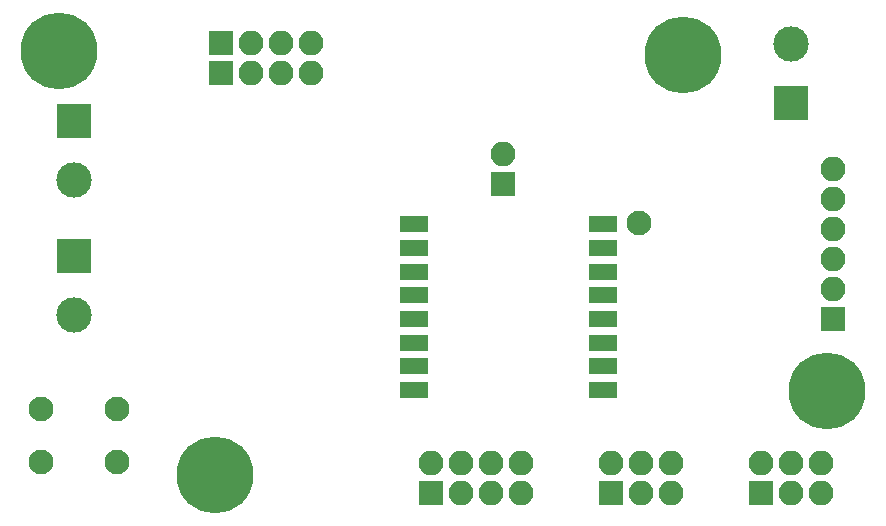
<source format=gbs>
G04 #@! TF.FileFunction,Soldermask,Bot*
%FSLAX46Y46*%
G04 Gerber Fmt 4.6, Leading zero omitted, Abs format (unit mm)*
G04 Created by KiCad (PCBNEW 4.0.7+dfsg1-1~bpo9+1) date Thu Mar 15 23:06:16 2018*
%MOMM*%
%LPD*%
G01*
G04 APERTURE LIST*
%ADD10C,0.100000*%
%ADD11C,6.496000*%
%ADD12R,2.100000X2.100000*%
%ADD13O,2.100000X2.100000*%
%ADD14C,2.100000*%
%ADD15R,3.000000X3.000000*%
%ADD16C,3.000000*%
%ADD17R,2.400000X1.400000*%
G04 APERTURE END LIST*
D10*
D11*
X103200200Y-38760400D03*
D12*
X168656000Y-61468000D03*
D13*
X168656000Y-58928000D03*
X168656000Y-56388000D03*
X168656000Y-53848000D03*
X168656000Y-51308000D03*
X168656000Y-48768000D03*
D14*
X152298400Y-53365400D03*
D12*
X116840000Y-38100000D03*
D13*
X119380000Y-38100000D03*
X121920000Y-38100000D03*
X124460000Y-38100000D03*
D12*
X149860000Y-76200000D03*
D13*
X149860000Y-73660000D03*
X152400000Y-76200000D03*
X152400000Y-73660000D03*
X154940000Y-76200000D03*
X154940000Y-73660000D03*
D15*
X165100000Y-43180000D03*
D16*
X165100000Y-38180000D03*
D15*
X104394000Y-56134000D03*
D16*
X104394000Y-61134000D03*
D12*
X162560000Y-76200000D03*
D13*
X162560000Y-73660000D03*
X165100000Y-76200000D03*
X165100000Y-73660000D03*
X167640000Y-76200000D03*
X167640000Y-73660000D03*
D12*
X116840000Y-40640000D03*
D13*
X119380000Y-40640000D03*
X121920000Y-40640000D03*
X124460000Y-40640000D03*
D15*
X104394000Y-44704000D03*
D16*
X104394000Y-49704000D03*
D12*
X134620000Y-76200000D03*
D13*
X134620000Y-73660000D03*
X137160000Y-76200000D03*
X137160000Y-73660000D03*
X139700000Y-76200000D03*
X139700000Y-73660000D03*
X142240000Y-76200000D03*
X142240000Y-73660000D03*
D17*
X133224000Y-67452000D03*
X133224000Y-65452000D03*
X133224000Y-63452000D03*
X133224000Y-61452000D03*
X133224000Y-59452000D03*
X133224000Y-57452000D03*
X133224000Y-55452000D03*
X133224000Y-53452000D03*
X149224000Y-53452000D03*
X149224000Y-55452000D03*
X149224000Y-57452000D03*
X149224000Y-59452000D03*
X149224000Y-61452000D03*
X149224000Y-63452000D03*
X149224000Y-65452000D03*
X149224000Y-67452000D03*
D11*
X116332000Y-74676000D03*
X168148000Y-67564000D03*
X155956000Y-39116000D03*
D12*
X140766800Y-50038000D03*
D13*
X140766800Y-47498000D03*
D14*
X108100000Y-73588000D03*
X101600000Y-73588000D03*
X108100000Y-69088000D03*
X101600000Y-69088000D03*
M02*

</source>
